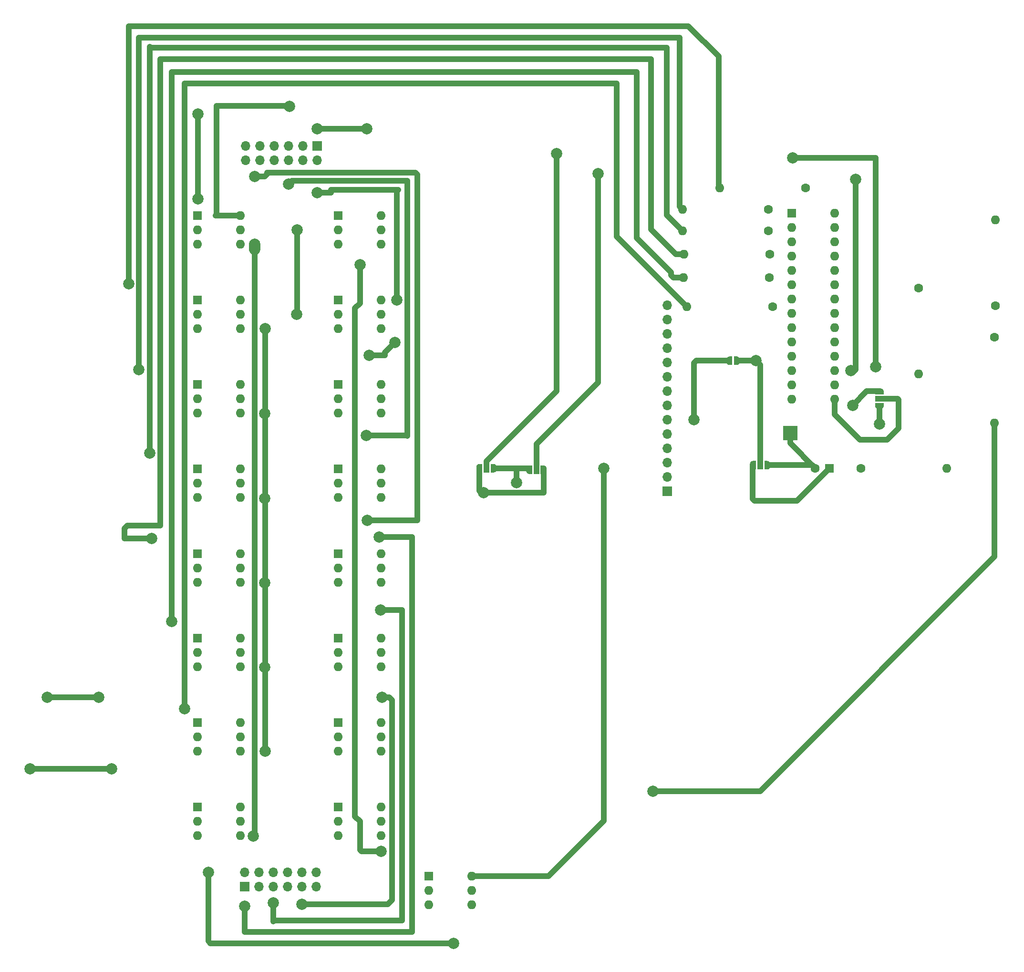
<source format=gbr>
%TF.GenerationSoftware,KiCad,Pcbnew,(5.1.9-0-10_14)*%
%TF.CreationDate,2021-03-10T16:23:34+00:00*%
%TF.ProjectId,Solar_Multiplexer,536f6c61-725f-44d7-956c-7469706c6578,rev?*%
%TF.SameCoordinates,Original*%
%TF.FileFunction,Copper,L1,Top*%
%TF.FilePolarity,Positive*%
%FSLAX46Y46*%
G04 Gerber Fmt 4.6, Leading zero omitted, Abs format (unit mm)*
G04 Created by KiCad (PCBNEW (5.1.9-0-10_14)) date 2021-03-10 16:23:34*
%MOMM*%
%LPD*%
G01*
G04 APERTURE LIST*
%TA.AperFunction,ComponentPad*%
%ADD10O,1.600000X1.600000*%
%TD*%
%TA.AperFunction,ComponentPad*%
%ADD11C,1.600000*%
%TD*%
%TA.AperFunction,ComponentPad*%
%ADD12R,1.600000X1.600000*%
%TD*%
%TA.AperFunction,SMDPad,CuDef*%
%ADD13R,2.500000X2.500000*%
%TD*%
%TA.AperFunction,SMDPad,CuDef*%
%ADD14R,1.000000X1.500000*%
%TD*%
%TA.AperFunction,SMDPad,CuDef*%
%ADD15C,0.200000*%
%TD*%
%TA.AperFunction,SMDPad,CuDef*%
%ADD16R,1.500000X1.000000*%
%TD*%
%TA.AperFunction,ComponentPad*%
%ADD17O,1.700000X1.700000*%
%TD*%
%TA.AperFunction,ComponentPad*%
%ADD18R,1.700000X1.700000*%
%TD*%
%TA.AperFunction,ViaPad*%
%ADD19C,2.000000*%
%TD*%
%TA.AperFunction,Conductor*%
%ADD20C,1.000000*%
%TD*%
%TA.AperFunction,Conductor*%
%ADD21C,2.000000*%
%TD*%
G04 APERTURE END LIST*
D10*
%TO.P,R10,2*%
%TO.N,/P6*%
X-213070000Y-136210000D03*
D11*
%TO.P,R10,1*%
%TO.N,Net-(R10-Pad1)*%
X-197830000Y-136210000D03*
%TD*%
D10*
%TO.P,R9,2*%
%TO.N,/P5*%
X-213730000Y-130970000D03*
D11*
%TO.P,R9,1*%
%TO.N,Net-(R9-Pad1)*%
X-198490000Y-130970000D03*
%TD*%
D10*
%TO.P,R8,2*%
%TO.N,/P4*%
X-213590000Y-126820000D03*
D11*
%TO.P,R8,1*%
%TO.N,Net-(R8-Pad1)*%
X-198350000Y-126820000D03*
%TD*%
D10*
%TO.P,R7,2*%
%TO.N,/P3*%
X-213868000Y-122682000D03*
D11*
%TO.P,R7,1*%
%TO.N,Net-(R7-Pad1)*%
X-198628000Y-122682000D03*
%TD*%
D10*
%TO.P,R6,2*%
%TO.N,/P2*%
X-213868000Y-118872000D03*
D11*
%TO.P,R6,1*%
%TO.N,Net-(R6-Pad1)*%
X-198628000Y-118872000D03*
%TD*%
D10*
%TO.P,R5,2*%
%TO.N,/P1*%
X-207264000Y-115062000D03*
D11*
%TO.P,R5,1*%
%TO.N,Net-(R5-Pad1)*%
X-192024000Y-115062000D03*
%TD*%
D10*
%TO.P,U10,6*%
%TO.N,/VB*%
X-292380000Y-225000000D03*
%TO.P,U10,3*%
%TO.N,Net-(U10-Pad3)*%
X-300000000Y-230080000D03*
%TO.P,U10,5*%
%TO.N,Net-(U10-Pad5)*%
X-292380000Y-227540000D03*
%TO.P,U10,2*%
%TO.N,GND*%
X-300000000Y-227540000D03*
%TO.P,U10,4*%
%TO.N,V-*%
X-292380000Y-230080000D03*
D12*
%TO.P,U10,1*%
%TO.N,/BOT*%
X-300000000Y-225000000D03*
%TD*%
D10*
%TO.P,U22,28*%
%TO.N,Net-(U22-Pad28)*%
X-186870000Y-119550000D03*
%TO.P,U22,14*%
%TO.N,MISO*%
X-194490000Y-152570000D03*
%TO.P,U22,27*%
%TO.N,Net-(U22-Pad27)*%
X-186870000Y-122090000D03*
%TO.P,U22,13*%
%TO.N,MOSI*%
X-194490000Y-150030000D03*
%TO.P,U22,26*%
%TO.N,Net-(U22-Pad26)*%
X-186870000Y-124630000D03*
%TO.P,U22,12*%
%TO.N,SCK*%
X-194490000Y-147490000D03*
%TO.P,U22,25*%
%TO.N,Net-(U22-Pad25)*%
X-186870000Y-127170000D03*
%TO.P,U22,11*%
%TO.N,~CS*%
X-194490000Y-144950000D03*
%TO.P,U22,24*%
%TO.N,Net-(U22-Pad24)*%
X-186870000Y-129710000D03*
%TO.P,U22,10*%
%TO.N,GND*%
X-194490000Y-142410000D03*
%TO.P,U22,23*%
%TO.N,Net-(R4-Pad1)*%
X-186870000Y-132250000D03*
%TO.P,U22,9*%
%TO.N,+5V*%
X-194490000Y-139870000D03*
%TO.P,U22,22*%
%TO.N,Net-(R2-Pad1)*%
X-186870000Y-134790000D03*
%TO.P,U22,8*%
%TO.N,Net-(U22-Pad8)*%
X-194490000Y-137330000D03*
%TO.P,U22,21*%
%TO.N,Net-(R1-Pad1)*%
X-186870000Y-137330000D03*
%TO.P,U22,7*%
%TO.N,Net-(U22-Pad7)*%
X-194490000Y-134790000D03*
%TO.P,U22,20*%
%TO.N,Net-(U22-Pad20)*%
X-186870000Y-139870000D03*
%TO.P,U22,6*%
%TO.N,Net-(R10-Pad1)*%
X-194490000Y-132250000D03*
%TO.P,U22,19*%
%TO.N,Net-(U22-Pad19)*%
X-186870000Y-142410000D03*
%TO.P,U22,5*%
%TO.N,Net-(R9-Pad1)*%
X-194490000Y-129710000D03*
%TO.P,U22,18*%
%TO.N,Net-(R3-Pad2)*%
X-186870000Y-144950000D03*
%TO.P,U22,4*%
%TO.N,Net-(R8-Pad1)*%
X-194490000Y-127170000D03*
%TO.P,U22,17*%
%TO.N,A2*%
X-186870000Y-147490000D03*
%TO.P,U22,3*%
%TO.N,Net-(R7-Pad1)*%
X-194490000Y-124630000D03*
%TO.P,U22,16*%
%TO.N,A1*%
X-186870000Y-150030000D03*
%TO.P,U22,2*%
%TO.N,Net-(R6-Pad1)*%
X-194490000Y-122090000D03*
%TO.P,U22,15*%
%TO.N,A0*%
X-186870000Y-152570000D03*
D12*
%TO.P,U22,1*%
%TO.N,Net-(R5-Pad1)*%
X-194490000Y-119550000D03*
%TD*%
D10*
%TO.P,U21,6*%
%TO.N,V_D*%
X-251290000Y-237300000D03*
%TO.P,U21,3*%
%TO.N,Net-(U21-Pad3)*%
X-258910000Y-242380000D03*
%TO.P,U21,5*%
%TO.N,/RSense*%
X-251290000Y-239840000D03*
%TO.P,U21,2*%
%TO.N,GND*%
X-258910000Y-239840000D03*
%TO.P,U21,4*%
%TO.N,Net-(U21-Pad4)*%
X-251290000Y-242380000D03*
D12*
%TO.P,U21,1*%
%TO.N,/V_D_EN*%
X-258910000Y-237300000D03*
%TD*%
D10*
%TO.P,U20,6*%
%TO.N,/IB*%
X-267380000Y-225000000D03*
%TO.P,U20,3*%
%TO.N,Net-(U20-Pad3)*%
X-275000000Y-230080000D03*
%TO.P,U20,5*%
%TO.N,Net-(U20-Pad5)*%
X-267380000Y-227540000D03*
%TO.P,U20,2*%
%TO.N,GND*%
X-275000000Y-227540000D03*
%TO.P,U20,4*%
%TO.N,I-*%
X-267380000Y-230080000D03*
D12*
%TO.P,U20,1*%
%TO.N,/BOT*%
X-275000000Y-225000000D03*
%TD*%
D10*
%TO.P,U17,6*%
%TO.N,/I6*%
X-267380000Y-210000000D03*
%TO.P,U17,3*%
%TO.N,Net-(U17-Pad3)*%
X-275000000Y-215080000D03*
%TO.P,U17,5*%
%TO.N,Net-(U17-Pad5)*%
X-267380000Y-212540000D03*
%TO.P,U17,2*%
%TO.N,GND*%
X-275000000Y-212540000D03*
%TO.P,U17,4*%
%TO.N,I+*%
X-267380000Y-215080000D03*
D12*
%TO.P,U17,1*%
%TO.N,/P6*%
X-275000000Y-210000000D03*
%TD*%
D10*
%TO.P,U16,6*%
%TO.N,/I5*%
X-267380000Y-195000000D03*
%TO.P,U16,3*%
%TO.N,Net-(U16-Pad3)*%
X-275000000Y-200080000D03*
%TO.P,U16,5*%
%TO.N,Net-(U16-Pad5)*%
X-267380000Y-197540000D03*
%TO.P,U16,2*%
%TO.N,GND*%
X-275000000Y-197540000D03*
%TO.P,U16,4*%
%TO.N,I+*%
X-267380000Y-200080000D03*
D12*
%TO.P,U16,1*%
%TO.N,/P5*%
X-275000000Y-195000000D03*
%TD*%
D10*
%TO.P,U15,6*%
%TO.N,/I4*%
X-267380000Y-180000000D03*
%TO.P,U15,3*%
%TO.N,Net-(U15-Pad3)*%
X-275000000Y-185080000D03*
%TO.P,U15,5*%
%TO.N,Net-(U15-Pad5)*%
X-267380000Y-182540000D03*
%TO.P,U15,2*%
%TO.N,GND*%
X-275000000Y-182540000D03*
%TO.P,U15,4*%
%TO.N,I+*%
X-267380000Y-185080000D03*
D12*
%TO.P,U15,1*%
%TO.N,/P4*%
X-275000000Y-180000000D03*
%TD*%
D10*
%TO.P,U14,6*%
%TO.N,/I3*%
X-267380000Y-165000000D03*
%TO.P,U14,3*%
%TO.N,Net-(U14-Pad3)*%
X-275000000Y-170080000D03*
%TO.P,U14,5*%
%TO.N,Net-(U14-Pad5)*%
X-267380000Y-167540000D03*
%TO.P,U14,2*%
%TO.N,GND*%
X-275000000Y-167540000D03*
%TO.P,U14,4*%
%TO.N,I+*%
X-267380000Y-170080000D03*
D12*
%TO.P,U14,1*%
%TO.N,/P3*%
X-275000000Y-165000000D03*
%TD*%
D10*
%TO.P,U13,6*%
%TO.N,/I2*%
X-267380000Y-150000000D03*
%TO.P,U13,3*%
%TO.N,Net-(U13-Pad3)*%
X-275000000Y-155080000D03*
%TO.P,U13,5*%
%TO.N,Net-(U13-Pad5)*%
X-267380000Y-152540000D03*
%TO.P,U13,2*%
%TO.N,GND*%
X-275000000Y-152540000D03*
%TO.P,U13,4*%
%TO.N,I+*%
X-267380000Y-155080000D03*
D12*
%TO.P,U13,1*%
%TO.N,/P2*%
X-275000000Y-150000000D03*
%TD*%
D10*
%TO.P,U12,6*%
%TO.N,/I1*%
X-267380000Y-135000000D03*
%TO.P,U12,3*%
%TO.N,Net-(U12-Pad3)*%
X-275000000Y-140080000D03*
%TO.P,U12,5*%
%TO.N,Net-(U12-Pad5)*%
X-267380000Y-137540000D03*
%TO.P,U12,2*%
%TO.N,GND*%
X-275000000Y-137540000D03*
%TO.P,U12,4*%
%TO.N,I+*%
X-267380000Y-140080000D03*
D12*
%TO.P,U12,1*%
%TO.N,/P1*%
X-275000000Y-135000000D03*
%TD*%
D10*
%TO.P,U11,6*%
%TO.N,/IT*%
X-267380000Y-120000000D03*
%TO.P,U11,3*%
%TO.N,Net-(U11-Pad3)*%
X-275000000Y-125080000D03*
%TO.P,U11,5*%
%TO.N,Net-(U11-Pad5)*%
X-267380000Y-122540000D03*
%TO.P,U11,2*%
%TO.N,GND*%
X-275000000Y-122540000D03*
%TO.P,U11,4*%
%TO.N,I-*%
X-267380000Y-125080000D03*
D12*
%TO.P,U11,1*%
%TO.N,/TOP*%
X-275000000Y-120000000D03*
%TD*%
D10*
%TO.P,U7,6*%
%TO.N,/V6*%
X-292380000Y-210000000D03*
%TO.P,U7,3*%
%TO.N,Net-(U7-Pad3)*%
X-300000000Y-215080000D03*
%TO.P,U7,5*%
%TO.N,Net-(U7-Pad5)*%
X-292380000Y-212540000D03*
%TO.P,U7,2*%
%TO.N,GND*%
X-300000000Y-212540000D03*
%TO.P,U7,4*%
%TO.N,V+*%
X-292380000Y-215080000D03*
D12*
%TO.P,U7,1*%
%TO.N,/P6*%
X-300000000Y-210000000D03*
%TD*%
D10*
%TO.P,U6,6*%
%TO.N,/V5*%
X-292380000Y-195000000D03*
%TO.P,U6,3*%
%TO.N,Net-(U6-Pad3)*%
X-300000000Y-200080000D03*
%TO.P,U6,5*%
%TO.N,Net-(U6-Pad5)*%
X-292380000Y-197540000D03*
%TO.P,U6,2*%
%TO.N,GND*%
X-300000000Y-197540000D03*
%TO.P,U6,4*%
%TO.N,V+*%
X-292380000Y-200080000D03*
D12*
%TO.P,U6,1*%
%TO.N,/P5*%
X-300000000Y-195000000D03*
%TD*%
D10*
%TO.P,U5,6*%
%TO.N,/V4*%
X-292380000Y-180000000D03*
%TO.P,U5,3*%
%TO.N,Net-(U5-Pad3)*%
X-300000000Y-185080000D03*
%TO.P,U5,5*%
%TO.N,Net-(U5-Pad5)*%
X-292380000Y-182540000D03*
%TO.P,U5,2*%
%TO.N,GND*%
X-300000000Y-182540000D03*
%TO.P,U5,4*%
%TO.N,V+*%
X-292380000Y-185080000D03*
D12*
%TO.P,U5,1*%
%TO.N,/P4*%
X-300000000Y-180000000D03*
%TD*%
D10*
%TO.P,U4,6*%
%TO.N,/V3*%
X-292380000Y-165000000D03*
%TO.P,U4,3*%
%TO.N,Net-(U4-Pad3)*%
X-300000000Y-170080000D03*
%TO.P,U4,5*%
%TO.N,Net-(U4-Pad5)*%
X-292380000Y-167540000D03*
%TO.P,U4,2*%
%TO.N,GND*%
X-300000000Y-167540000D03*
%TO.P,U4,4*%
%TO.N,V+*%
X-292380000Y-170080000D03*
D12*
%TO.P,U4,1*%
%TO.N,/P3*%
X-300000000Y-165000000D03*
%TD*%
D10*
%TO.P,U3,6*%
%TO.N,/V2*%
X-292380000Y-150000000D03*
%TO.P,U3,3*%
%TO.N,Net-(U3-Pad3)*%
X-300000000Y-155080000D03*
%TO.P,U3,5*%
%TO.N,Net-(U3-Pad5)*%
X-292380000Y-152540000D03*
%TO.P,U3,2*%
%TO.N,GND*%
X-300000000Y-152540000D03*
%TO.P,U3,4*%
%TO.N,V+*%
X-292380000Y-155080000D03*
D12*
%TO.P,U3,1*%
%TO.N,/P2*%
X-300000000Y-150000000D03*
%TD*%
D10*
%TO.P,U2,6*%
%TO.N,/V1*%
X-292380000Y-135000000D03*
%TO.P,U2,3*%
%TO.N,Net-(U2-Pad3)*%
X-300000000Y-140080000D03*
%TO.P,U2,5*%
%TO.N,Net-(U2-Pad5)*%
X-292380000Y-137540000D03*
%TO.P,U2,2*%
%TO.N,GND*%
X-300000000Y-137540000D03*
%TO.P,U2,4*%
%TO.N,V+*%
X-292380000Y-140080000D03*
D12*
%TO.P,U2,1*%
%TO.N,/P1*%
X-300000000Y-135000000D03*
%TD*%
D10*
%TO.P,U1,6*%
%TO.N,/VT*%
X-292380000Y-120000000D03*
%TO.P,U1,3*%
%TO.N,Net-(U1-Pad3)*%
X-300000000Y-125080000D03*
%TO.P,U1,5*%
%TO.N,Net-(U1-Pad5)*%
X-292380000Y-122540000D03*
%TO.P,U1,2*%
%TO.N,GND*%
X-300000000Y-122540000D03*
%TO.P,U1,4*%
%TO.N,V-*%
X-292380000Y-125080000D03*
D12*
%TO.P,U1,1*%
%TO.N,/TOP*%
X-300000000Y-120000000D03*
%TD*%
D13*
%TO.P,TP1,1*%
%TO.N,GND*%
X-194740000Y-158580000D03*
%TD*%
D10*
%TO.P,R4,2*%
%TO.N,/V_D_EN*%
X-171958000Y-148082000D03*
D11*
%TO.P,R4,1*%
%TO.N,Net-(R4-Pad1)*%
X-171958000Y-132842000D03*
%TD*%
D10*
%TO.P,R3,2*%
%TO.N,Net-(R3-Pad2)*%
X-166980000Y-164890000D03*
D11*
%TO.P,R3,1*%
%TO.N,+5V*%
X-182220000Y-164890000D03*
%TD*%
D10*
%TO.P,R2,2*%
%TO.N,/BOT*%
X-158460000Y-156870000D03*
D11*
%TO.P,R2,1*%
%TO.N,Net-(R2-Pad1)*%
X-158460000Y-141630000D03*
%TD*%
D10*
%TO.P,R1,2*%
%TO.N,/TOP*%
X-158320000Y-120730000D03*
D11*
%TO.P,R1,1*%
%TO.N,Net-(R1-Pad1)*%
X-158320000Y-135970000D03*
%TD*%
D14*
%TO.P,JP5,2*%
%TO.N,~CS*%
X-200090000Y-164310000D03*
%TA.AperFunction,SMDPad,CuDef*%
D15*
%TO.P,JP5,3*%
%TO.N,GND*%
G36*
X-198790000Y-163560602D02*
G01*
X-198765466Y-163560602D01*
X-198716635Y-163565412D01*
X-198668510Y-163574984D01*
X-198621555Y-163589228D01*
X-198576222Y-163608005D01*
X-198532949Y-163631136D01*
X-198492150Y-163658396D01*
X-198454221Y-163689524D01*
X-198419524Y-163724221D01*
X-198388396Y-163762150D01*
X-198361136Y-163802949D01*
X-198338005Y-163846222D01*
X-198319228Y-163891555D01*
X-198304984Y-163938510D01*
X-198295412Y-163986635D01*
X-198290602Y-164035466D01*
X-198290602Y-164060000D01*
X-198290000Y-164060000D01*
X-198290000Y-164560000D01*
X-198290602Y-164560000D01*
X-198290602Y-164584534D01*
X-198295412Y-164633365D01*
X-198304984Y-164681490D01*
X-198319228Y-164728445D01*
X-198338005Y-164773778D01*
X-198361136Y-164817051D01*
X-198388396Y-164857850D01*
X-198419524Y-164895779D01*
X-198454221Y-164930476D01*
X-198492150Y-164961604D01*
X-198532949Y-164988864D01*
X-198576222Y-165011995D01*
X-198621555Y-165030772D01*
X-198668510Y-165045016D01*
X-198716635Y-165054588D01*
X-198765466Y-165059398D01*
X-198790000Y-165059398D01*
X-198790000Y-165060000D01*
X-199340000Y-165060000D01*
X-199340000Y-163560000D01*
X-198790000Y-163560000D01*
X-198790000Y-163560602D01*
G37*
%TD.AperFunction*%
%TA.AperFunction,SMDPad,CuDef*%
%TO.P,JP5,1*%
%TO.N,+5V*%
G36*
X-200840000Y-165060000D02*
G01*
X-201390000Y-165060000D01*
X-201390000Y-165059398D01*
X-201414534Y-165059398D01*
X-201463365Y-165054588D01*
X-201511490Y-165045016D01*
X-201558445Y-165030772D01*
X-201603778Y-165011995D01*
X-201647051Y-164988864D01*
X-201687850Y-164961604D01*
X-201725779Y-164930476D01*
X-201760476Y-164895779D01*
X-201791604Y-164857850D01*
X-201818864Y-164817051D01*
X-201841995Y-164773778D01*
X-201860772Y-164728445D01*
X-201875016Y-164681490D01*
X-201884588Y-164633365D01*
X-201889398Y-164584534D01*
X-201889398Y-164560000D01*
X-201890000Y-164560000D01*
X-201890000Y-164060000D01*
X-201889398Y-164060000D01*
X-201889398Y-164035466D01*
X-201884588Y-163986635D01*
X-201875016Y-163938510D01*
X-201860772Y-163891555D01*
X-201841995Y-163846222D01*
X-201818864Y-163802949D01*
X-201791604Y-163762150D01*
X-201760476Y-163724221D01*
X-201725779Y-163689524D01*
X-201687850Y-163658396D01*
X-201647051Y-163631136D01*
X-201603778Y-163608005D01*
X-201558445Y-163589228D01*
X-201511490Y-163574984D01*
X-201463365Y-163565412D01*
X-201414534Y-163560602D01*
X-201390000Y-163560602D01*
X-201390000Y-163560000D01*
X-200840000Y-163560000D01*
X-200840000Y-165060000D01*
G37*
%TD.AperFunction*%
%TD*%
D14*
%TO.P,JP4,2*%
%TO.N,A2*%
X-248666000Y-164846000D03*
%TA.AperFunction,SMDPad,CuDef*%
D15*
%TO.P,JP4,3*%
%TO.N,GND*%
G36*
X-249966000Y-165595398D02*
G01*
X-249990534Y-165595398D01*
X-250039365Y-165590588D01*
X-250087490Y-165581016D01*
X-250134445Y-165566772D01*
X-250179778Y-165547995D01*
X-250223051Y-165524864D01*
X-250263850Y-165497604D01*
X-250301779Y-165466476D01*
X-250336476Y-165431779D01*
X-250367604Y-165393850D01*
X-250394864Y-165353051D01*
X-250417995Y-165309778D01*
X-250436772Y-165264445D01*
X-250451016Y-165217490D01*
X-250460588Y-165169365D01*
X-250465398Y-165120534D01*
X-250465398Y-165096000D01*
X-250466000Y-165096000D01*
X-250466000Y-164596000D01*
X-250465398Y-164596000D01*
X-250465398Y-164571466D01*
X-250460588Y-164522635D01*
X-250451016Y-164474510D01*
X-250436772Y-164427555D01*
X-250417995Y-164382222D01*
X-250394864Y-164338949D01*
X-250367604Y-164298150D01*
X-250336476Y-164260221D01*
X-250301779Y-164225524D01*
X-250263850Y-164194396D01*
X-250223051Y-164167136D01*
X-250179778Y-164144005D01*
X-250134445Y-164125228D01*
X-250087490Y-164110984D01*
X-250039365Y-164101412D01*
X-249990534Y-164096602D01*
X-249966000Y-164096602D01*
X-249966000Y-164096000D01*
X-249416000Y-164096000D01*
X-249416000Y-165596000D01*
X-249966000Y-165596000D01*
X-249966000Y-165595398D01*
G37*
%TD.AperFunction*%
%TA.AperFunction,SMDPad,CuDef*%
%TO.P,JP4,1*%
%TO.N,+5V*%
G36*
X-247916000Y-164096000D02*
G01*
X-247366000Y-164096000D01*
X-247366000Y-164096602D01*
X-247341466Y-164096602D01*
X-247292635Y-164101412D01*
X-247244510Y-164110984D01*
X-247197555Y-164125228D01*
X-247152222Y-164144005D01*
X-247108949Y-164167136D01*
X-247068150Y-164194396D01*
X-247030221Y-164225524D01*
X-246995524Y-164260221D01*
X-246964396Y-164298150D01*
X-246937136Y-164338949D01*
X-246914005Y-164382222D01*
X-246895228Y-164427555D01*
X-246880984Y-164474510D01*
X-246871412Y-164522635D01*
X-246866602Y-164571466D01*
X-246866602Y-164596000D01*
X-246866000Y-164596000D01*
X-246866000Y-165096000D01*
X-246866602Y-165096000D01*
X-246866602Y-165120534D01*
X-246871412Y-165169365D01*
X-246880984Y-165217490D01*
X-246895228Y-165264445D01*
X-246914005Y-165309778D01*
X-246937136Y-165353051D01*
X-246964396Y-165393850D01*
X-246995524Y-165431779D01*
X-247030221Y-165466476D01*
X-247068150Y-165497604D01*
X-247108949Y-165524864D01*
X-247152222Y-165547995D01*
X-247197555Y-165566772D01*
X-247244510Y-165581016D01*
X-247292635Y-165590588D01*
X-247341466Y-165595398D01*
X-247366000Y-165595398D01*
X-247366000Y-165596000D01*
X-247916000Y-165596000D01*
X-247916000Y-164096000D01*
G37*
%TD.AperFunction*%
%TD*%
D14*
%TO.P,JP3,2*%
%TO.N,A1*%
X-239806000Y-165100000D03*
%TA.AperFunction,SMDPad,CuDef*%
D15*
%TO.P,JP3,3*%
%TO.N,GND*%
G36*
X-238506000Y-164350602D02*
G01*
X-238481466Y-164350602D01*
X-238432635Y-164355412D01*
X-238384510Y-164364984D01*
X-238337555Y-164379228D01*
X-238292222Y-164398005D01*
X-238248949Y-164421136D01*
X-238208150Y-164448396D01*
X-238170221Y-164479524D01*
X-238135524Y-164514221D01*
X-238104396Y-164552150D01*
X-238077136Y-164592949D01*
X-238054005Y-164636222D01*
X-238035228Y-164681555D01*
X-238020984Y-164728510D01*
X-238011412Y-164776635D01*
X-238006602Y-164825466D01*
X-238006602Y-164850000D01*
X-238006000Y-164850000D01*
X-238006000Y-165350000D01*
X-238006602Y-165350000D01*
X-238006602Y-165374534D01*
X-238011412Y-165423365D01*
X-238020984Y-165471490D01*
X-238035228Y-165518445D01*
X-238054005Y-165563778D01*
X-238077136Y-165607051D01*
X-238104396Y-165647850D01*
X-238135524Y-165685779D01*
X-238170221Y-165720476D01*
X-238208150Y-165751604D01*
X-238248949Y-165778864D01*
X-238292222Y-165801995D01*
X-238337555Y-165820772D01*
X-238384510Y-165835016D01*
X-238432635Y-165844588D01*
X-238481466Y-165849398D01*
X-238506000Y-165849398D01*
X-238506000Y-165850000D01*
X-239056000Y-165850000D01*
X-239056000Y-164350000D01*
X-238506000Y-164350000D01*
X-238506000Y-164350602D01*
G37*
%TD.AperFunction*%
%TA.AperFunction,SMDPad,CuDef*%
%TO.P,JP3,1*%
%TO.N,+5V*%
G36*
X-240556000Y-165850000D02*
G01*
X-241106000Y-165850000D01*
X-241106000Y-165849398D01*
X-241130534Y-165849398D01*
X-241179365Y-165844588D01*
X-241227490Y-165835016D01*
X-241274445Y-165820772D01*
X-241319778Y-165801995D01*
X-241363051Y-165778864D01*
X-241403850Y-165751604D01*
X-241441779Y-165720476D01*
X-241476476Y-165685779D01*
X-241507604Y-165647850D01*
X-241534864Y-165607051D01*
X-241557995Y-165563778D01*
X-241576772Y-165518445D01*
X-241591016Y-165471490D01*
X-241600588Y-165423365D01*
X-241605398Y-165374534D01*
X-241605398Y-165350000D01*
X-241606000Y-165350000D01*
X-241606000Y-164850000D01*
X-241605398Y-164850000D01*
X-241605398Y-164825466D01*
X-241600588Y-164776635D01*
X-241591016Y-164728510D01*
X-241576772Y-164681555D01*
X-241557995Y-164636222D01*
X-241534864Y-164592949D01*
X-241507604Y-164552150D01*
X-241476476Y-164514221D01*
X-241441779Y-164479524D01*
X-241403850Y-164448396D01*
X-241363051Y-164421136D01*
X-241319778Y-164398005D01*
X-241274445Y-164379228D01*
X-241227490Y-164364984D01*
X-241179365Y-164355412D01*
X-241130534Y-164350602D01*
X-241106000Y-164350602D01*
X-241106000Y-164350000D01*
X-240556000Y-164350000D01*
X-240556000Y-165850000D01*
G37*
%TD.AperFunction*%
%TD*%
D16*
%TO.P,JP2,2*%
%TO.N,A0*%
X-178910000Y-152490000D03*
%TA.AperFunction,SMDPad,CuDef*%
D15*
%TO.P,JP2,3*%
%TO.N,GND*%
G36*
X-178160602Y-153790000D02*
G01*
X-178160602Y-153814534D01*
X-178165412Y-153863365D01*
X-178174984Y-153911490D01*
X-178189228Y-153958445D01*
X-178208005Y-154003778D01*
X-178231136Y-154047051D01*
X-178258396Y-154087850D01*
X-178289524Y-154125779D01*
X-178324221Y-154160476D01*
X-178362150Y-154191604D01*
X-178402949Y-154218864D01*
X-178446222Y-154241995D01*
X-178491555Y-154260772D01*
X-178538510Y-154275016D01*
X-178586635Y-154284588D01*
X-178635466Y-154289398D01*
X-178660000Y-154289398D01*
X-178660000Y-154290000D01*
X-179160000Y-154290000D01*
X-179160000Y-154289398D01*
X-179184534Y-154289398D01*
X-179233365Y-154284588D01*
X-179281490Y-154275016D01*
X-179328445Y-154260772D01*
X-179373778Y-154241995D01*
X-179417051Y-154218864D01*
X-179457850Y-154191604D01*
X-179495779Y-154160476D01*
X-179530476Y-154125779D01*
X-179561604Y-154087850D01*
X-179588864Y-154047051D01*
X-179611995Y-154003778D01*
X-179630772Y-153958445D01*
X-179645016Y-153911490D01*
X-179654588Y-153863365D01*
X-179659398Y-153814534D01*
X-179659398Y-153790000D01*
X-179660000Y-153790000D01*
X-179660000Y-153240000D01*
X-178160000Y-153240000D01*
X-178160000Y-153790000D01*
X-178160602Y-153790000D01*
G37*
%TD.AperFunction*%
%TA.AperFunction,SMDPad,CuDef*%
%TO.P,JP2,1*%
%TO.N,+5V*%
G36*
X-179660000Y-151740000D02*
G01*
X-179660000Y-151190000D01*
X-179659398Y-151190000D01*
X-179659398Y-151165466D01*
X-179654588Y-151116635D01*
X-179645016Y-151068510D01*
X-179630772Y-151021555D01*
X-179611995Y-150976222D01*
X-179588864Y-150932949D01*
X-179561604Y-150892150D01*
X-179530476Y-150854221D01*
X-179495779Y-150819524D01*
X-179457850Y-150788396D01*
X-179417051Y-150761136D01*
X-179373778Y-150738005D01*
X-179328445Y-150719228D01*
X-179281490Y-150704984D01*
X-179233365Y-150695412D01*
X-179184534Y-150690602D01*
X-179160000Y-150690602D01*
X-179160000Y-150690000D01*
X-178660000Y-150690000D01*
X-178660000Y-150690602D01*
X-178635466Y-150690602D01*
X-178586635Y-150695412D01*
X-178538510Y-150704984D01*
X-178491555Y-150719228D01*
X-178446222Y-150738005D01*
X-178402949Y-150761136D01*
X-178362150Y-150788396D01*
X-178324221Y-150819524D01*
X-178289524Y-150854221D01*
X-178258396Y-150892150D01*
X-178231136Y-150932949D01*
X-178208005Y-150976222D01*
X-178189228Y-151021555D01*
X-178174984Y-151068510D01*
X-178165412Y-151116635D01*
X-178160602Y-151165466D01*
X-178160602Y-151190000D01*
X-178160000Y-151190000D01*
X-178160000Y-151740000D01*
X-179660000Y-151740000D01*
G37*
%TD.AperFunction*%
%TD*%
%TA.AperFunction,SMDPad,CuDef*%
%TO.P,JP1,2*%
%TO.N,Net-(J1-Pad6)*%
G36*
X-205530000Y-146509398D02*
G01*
X-205554534Y-146509398D01*
X-205603365Y-146504588D01*
X-205651490Y-146495016D01*
X-205698445Y-146480772D01*
X-205743778Y-146461995D01*
X-205787051Y-146438864D01*
X-205827850Y-146411604D01*
X-205865779Y-146380476D01*
X-205900476Y-146345779D01*
X-205931604Y-146307850D01*
X-205958864Y-146267051D01*
X-205981995Y-146223778D01*
X-206000772Y-146178445D01*
X-206015016Y-146131490D01*
X-206024588Y-146083365D01*
X-206029398Y-146034534D01*
X-206029398Y-146010000D01*
X-206030000Y-146010000D01*
X-206030000Y-145510000D01*
X-206029398Y-145510000D01*
X-206029398Y-145485466D01*
X-206024588Y-145436635D01*
X-206015016Y-145388510D01*
X-206000772Y-145341555D01*
X-205981995Y-145296222D01*
X-205958864Y-145252949D01*
X-205931604Y-145212150D01*
X-205900476Y-145174221D01*
X-205865779Y-145139524D01*
X-205827850Y-145108396D01*
X-205787051Y-145081136D01*
X-205743778Y-145058005D01*
X-205698445Y-145039228D01*
X-205651490Y-145024984D01*
X-205603365Y-145015412D01*
X-205554534Y-145010602D01*
X-205530000Y-145010602D01*
X-205530000Y-145010000D01*
X-205030000Y-145010000D01*
X-205030000Y-146510000D01*
X-205530000Y-146510000D01*
X-205530000Y-146509398D01*
G37*
%TD.AperFunction*%
%TA.AperFunction,SMDPad,CuDef*%
%TO.P,JP1,1*%
%TO.N,~CS*%
G36*
X-204730000Y-145010000D02*
G01*
X-204230000Y-145010000D01*
X-204230000Y-145010602D01*
X-204205466Y-145010602D01*
X-204156635Y-145015412D01*
X-204108510Y-145024984D01*
X-204061555Y-145039228D01*
X-204016222Y-145058005D01*
X-203972949Y-145081136D01*
X-203932150Y-145108396D01*
X-203894221Y-145139524D01*
X-203859524Y-145174221D01*
X-203828396Y-145212150D01*
X-203801136Y-145252949D01*
X-203778005Y-145296222D01*
X-203759228Y-145341555D01*
X-203744984Y-145388510D01*
X-203735412Y-145436635D01*
X-203730602Y-145485466D01*
X-203730602Y-145510000D01*
X-203730000Y-145510000D01*
X-203730000Y-146010000D01*
X-203730602Y-146010000D01*
X-203730602Y-146034534D01*
X-203735412Y-146083365D01*
X-203744984Y-146131490D01*
X-203759228Y-146178445D01*
X-203778005Y-146223778D01*
X-203801136Y-146267051D01*
X-203828396Y-146307850D01*
X-203859524Y-146345779D01*
X-203894221Y-146380476D01*
X-203932150Y-146411604D01*
X-203972949Y-146438864D01*
X-204016222Y-146461995D01*
X-204061555Y-146480772D01*
X-204108510Y-146495016D01*
X-204156635Y-146504588D01*
X-204205466Y-146509398D01*
X-204230000Y-146509398D01*
X-204230000Y-146510000D01*
X-204730000Y-146510000D01*
X-204730000Y-145010000D01*
G37*
%TD.AperFunction*%
%TD*%
D17*
%TO.P,J3,12*%
%TO.N,/V3*%
X-291430000Y-110150000D03*
%TO.P,J3,11*%
%TO.N,Net-(J3-Pad11)*%
X-291430000Y-107610000D03*
%TO.P,J3,10*%
%TO.N,/I3*%
X-288890000Y-110150000D03*
%TO.P,J3,9*%
%TO.N,Net-(J3-Pad9)*%
X-288890000Y-107610000D03*
%TO.P,J3,8*%
%TO.N,/V2*%
X-286350000Y-110150000D03*
%TO.P,J3,7*%
%TO.N,/IT*%
X-286350000Y-107610000D03*
%TO.P,J3,6*%
%TO.N,/I2*%
X-283810000Y-110150000D03*
%TO.P,J3,5*%
%TO.N,/VT*%
X-283810000Y-107610000D03*
%TO.P,J3,4*%
%TO.N,/V1*%
X-281270000Y-110150000D03*
%TO.P,J3,3*%
%TO.N,GND*%
X-281270000Y-107610000D03*
%TO.P,J3,2*%
%TO.N,/I1*%
X-278730000Y-110150000D03*
D18*
%TO.P,J3,1*%
%TO.N,GND*%
X-278730000Y-107610000D03*
%TD*%
D17*
%TO.P,J2,12*%
%TO.N,Net-(J2-Pad12)*%
X-278870000Y-236580000D03*
%TO.P,J2,11*%
%TO.N,/V6*%
X-278870000Y-239120000D03*
%TO.P,J2,10*%
%TO.N,Net-(J2-Pad10)*%
X-281410000Y-236580000D03*
%TO.P,J2,9*%
%TO.N,/I6*%
X-281410000Y-239120000D03*
%TO.P,J2,8*%
%TO.N,/IB*%
X-283950000Y-236580000D03*
%TO.P,J2,7*%
%TO.N,/V5*%
X-283950000Y-239120000D03*
%TO.P,J2,6*%
%TO.N,/VB*%
X-286490000Y-236580000D03*
%TO.P,J2,5*%
%TO.N,/I5*%
X-286490000Y-239120000D03*
%TO.P,J2,4*%
%TO.N,Net-(J2-Pad4)*%
X-289030000Y-236580000D03*
%TO.P,J2,3*%
%TO.N,/V4*%
X-289030000Y-239120000D03*
%TO.P,J2,2*%
%TO.N,/RSense*%
X-291570000Y-236580000D03*
D18*
%TO.P,J2,1*%
%TO.N,/I4*%
X-291570000Y-239120000D03*
%TD*%
D17*
%TO.P,J1,14*%
%TO.N,I-*%
X-216610000Y-135930000D03*
%TO.P,J1,13*%
%TO.N,V-*%
X-216610000Y-138470000D03*
%TO.P,J1,12*%
%TO.N,V+*%
X-216610000Y-141010000D03*
%TO.P,J1,11*%
%TO.N,I+*%
X-216610000Y-143550000D03*
%TO.P,J1,10*%
%TO.N,GND*%
X-216610000Y-146090000D03*
%TO.P,J1,9*%
%TO.N,SCK*%
X-216610000Y-148630000D03*
%TO.P,J1,8*%
%TO.N,MOSI*%
X-216610000Y-151170000D03*
%TO.P,J1,7*%
%TO.N,MISO*%
X-216610000Y-153710000D03*
%TO.P,J1,6*%
%TO.N,Net-(J1-Pad6)*%
X-216610000Y-156250000D03*
%TO.P,J1,5*%
%TO.N,SCL*%
X-216610000Y-158790000D03*
%TO.P,J1,4*%
%TO.N,SDA*%
X-216610000Y-161330000D03*
%TO.P,J1,3*%
%TO.N,V_D*%
X-216610000Y-163870000D03*
%TO.P,J1,2*%
%TO.N,+3V3*%
X-216610000Y-166410000D03*
D18*
%TO.P,J1,1*%
%TO.N,+5V*%
X-216610000Y-168950000D03*
%TD*%
D11*
%TO.P,C1,2*%
%TO.N,GND*%
X-190300000Y-164850000D03*
D12*
%TO.P,C1,1*%
%TO.N,+5V*%
X-187800000Y-164850000D03*
%TD*%
D19*
%TO.N,I-*%
X-271100000Y-128696000D03*
X-267380000Y-232836000D03*
%TO.N,V-*%
X-290068000Y-230124000D03*
X-289814000Y-125080000D03*
%TO.N,V+*%
X-288036000Y-200152000D03*
X-288036000Y-185166000D03*
X-288036000Y-170180000D03*
X-288002000Y-155160000D03*
X-287970000Y-140080000D03*
X-287970000Y-215072000D03*
X-269494000Y-144780000D03*
X-264922000Y-142494000D03*
%TO.N,GND*%
X-278730000Y-104556000D03*
X-269910000Y-104556000D03*
X-249174000Y-169164000D03*
X-178910000Y-156972000D03*
X-282306000Y-122540000D03*
X-282320000Y-137540000D03*
%TO.N,Net-(J1-Pad6)*%
X-211810000Y-156250000D03*
%TO.N,V_D*%
X-227838000Y-164846000D03*
%TO.N,+5V*%
X-243332000Y-167386000D03*
X-183642000Y-153670000D03*
%TO.N,~CS*%
X-200840000Y-145760000D03*
%TO.N,A1*%
X-179578000Y-146812000D03*
X-228854000Y-112522000D03*
X-194310000Y-109728000D03*
%TO.N,A2*%
X-236220000Y-108966000D03*
X-183980000Y-147490000D03*
X-183134000Y-113538000D03*
%TO.N,/P6*%
X-302228000Y-207550000D03*
%TO.N,/P5*%
X-304546000Y-192024000D03*
%TO.N,/P2*%
X-310388000Y-147320000D03*
%TO.N,/P1*%
X-312166000Y-132080000D03*
%TO.N,/P4*%
X-308102000Y-177292000D03*
%TO.N,/P3*%
X-308474000Y-162170000D03*
%TO.N,/VT*%
X-283610000Y-100620000D03*
%TO.N,/TOP*%
X-299900000Y-101928000D03*
X-299900000Y-117066010D03*
%TO.N,/V5*%
X-326644000Y-205486000D03*
X-317500000Y-205486000D03*
%TO.N,/V6*%
X-315214000Y-218186000D03*
X-329692000Y-218186000D03*
%TO.N,/BOT*%
X-219112000Y-222160000D03*
%TO.N,/I1*%
X-264540000Y-135000000D03*
X-278730000Y-115916000D03*
%TO.N,/I2*%
X-270002000Y-159004000D03*
X-283810000Y-114392000D03*
%TO.N,/I3*%
X-269870000Y-174140000D03*
X-289814000Y-113030000D03*
%TO.N,/I4*%
X-291592000Y-242570000D03*
X-267716000Y-177038000D03*
%TO.N,/I5*%
X-286490000Y-242040000D03*
X-267462000Y-189992000D03*
%TO.N,/I6*%
X-281410000Y-242294000D03*
X-267208000Y-205486000D03*
%TO.N,/RSense*%
X-298048000Y-236580000D03*
X-254508000Y-249174000D03*
%TD*%
D20*
%TO.N,I-*%
X-267380000Y-232836000D02*
X-270846000Y-232836000D01*
X-271100000Y-232582000D02*
X-271100000Y-229952000D01*
X-270846000Y-232836000D02*
X-271100000Y-232582000D01*
X-271100000Y-229952000D02*
X-271100000Y-230296000D01*
X-271100000Y-128696000D02*
X-271100000Y-135540000D01*
X-271100000Y-135540000D02*
X-272000000Y-136440000D01*
X-272000000Y-136440000D02*
X-272000000Y-226650000D01*
X-271100000Y-227550000D02*
X-271100000Y-229952000D01*
X-272000000Y-226650000D02*
X-271100000Y-227550000D01*
D21*
%TO.N,V-*%
X-289814000Y-125080000D02*
X-289814000Y-125984000D01*
D20*
X-289814000Y-229870000D02*
X-290068000Y-230124000D01*
X-289814000Y-125080000D02*
X-289814000Y-229870000D01*
%TO.N,V+*%
X-287970000Y-140080000D02*
X-287970000Y-215072000D01*
X-287970000Y-215072000D02*
X-287970000Y-215072000D01*
X-267716000Y-144780000D02*
X-269494000Y-144780000D01*
X-266700000Y-144780000D02*
X-266700000Y-144272000D01*
X-267716000Y-144780000D02*
X-266700000Y-144780000D01*
X-266700000Y-144272000D02*
X-264922000Y-142494000D01*
X-264922000Y-142494000D02*
X-264922000Y-142494000D01*
%TO.N,GND*%
X-190840000Y-164310000D02*
X-190300000Y-164850000D01*
X-198790000Y-164310000D02*
X-190840000Y-164310000D01*
X-194740000Y-160410000D02*
X-190300000Y-164850000D01*
X-194740000Y-158580000D02*
X-194740000Y-160410000D01*
X-278730000Y-104556000D02*
X-269910000Y-104556000D01*
X-269910000Y-104556000D02*
X-269910000Y-104556000D01*
X-238506000Y-169164000D02*
X-238506000Y-165100000D01*
X-249682000Y-169164000D02*
X-249174000Y-169164000D01*
X-249966000Y-168880000D02*
X-249682000Y-169164000D01*
X-249966000Y-164846000D02*
X-249966000Y-168880000D01*
X-249174000Y-169164000D02*
X-238506000Y-169164000D01*
X-178910000Y-153790000D02*
X-178910000Y-155288000D01*
X-178910000Y-155288000D02*
X-178910000Y-155288000D01*
X-282306000Y-137526000D02*
X-282320000Y-137540000D01*
X-282306000Y-122540000D02*
X-282306000Y-137526000D01*
X-178910000Y-155288000D02*
X-178910000Y-156972000D01*
%TO.N,Net-(J1-Pad6)*%
X-211810000Y-156250000D02*
X-211810000Y-146200000D01*
X-211370000Y-145760000D02*
X-205530000Y-145760000D01*
X-211810000Y-146200000D02*
X-211370000Y-145760000D01*
%TO.N,V_D*%
X-251290000Y-237300000D02*
X-237680000Y-237300000D01*
X-237680000Y-237300000D02*
X-227838000Y-227458000D01*
X-227838000Y-227458000D02*
X-227838000Y-164846000D01*
X-227838000Y-164846000D02*
X-227838000Y-164846000D01*
%TO.N,+5V*%
X-201390000Y-164310000D02*
X-201390000Y-170310000D01*
X-201390000Y-170310000D02*
X-201070000Y-170630000D01*
X-193580000Y-170630000D02*
X-187800000Y-164850000D01*
X-201070000Y-170630000D02*
X-193580000Y-170630000D01*
X-241360000Y-164846000D02*
X-241106000Y-165100000D01*
X-243332000Y-164846000D02*
X-243332000Y-167386000D01*
X-247366000Y-164846000D02*
X-243332000Y-164846000D01*
X-243332000Y-164846000D02*
X-241360000Y-164846000D01*
X-243332000Y-167386000D02*
X-243332000Y-167386000D01*
X-181162000Y-151190000D02*
X-183642000Y-153670000D01*
X-178910000Y-151190000D02*
X-181162000Y-151190000D01*
%TO.N,~CS*%
X-204230000Y-145760000D02*
X-200840000Y-145760000D01*
X-200840000Y-145760000D02*
X-200840000Y-145760000D01*
X-200090000Y-146510000D02*
X-200840000Y-145760000D01*
X-200090000Y-164310000D02*
X-200090000Y-146510000D01*
%TO.N,A0*%
X-186870000Y-152570000D02*
X-186870000Y-155268000D01*
X-186870000Y-155268000D02*
X-182372000Y-159766000D01*
X-182372000Y-159766000D02*
X-177546000Y-159766000D01*
X-177546000Y-159766000D02*
X-175514000Y-157734000D01*
X-175514000Y-157734000D02*
X-175514000Y-152654000D01*
X-175678000Y-152490000D02*
X-178910000Y-152490000D01*
X-175514000Y-152654000D02*
X-175678000Y-152490000D01*
%TO.N,A1*%
X-239806000Y-165100000D02*
X-239806000Y-160558000D01*
X-239806000Y-160558000D02*
X-228854000Y-149606000D01*
X-228854000Y-149606000D02*
X-228854000Y-112522000D01*
X-179578000Y-146812000D02*
X-179578000Y-109728000D01*
X-179578000Y-109728000D02*
X-194310000Y-109728000D01*
X-228854000Y-112522000D02*
X-228854000Y-112522000D01*
X-194310000Y-109728000D02*
X-194310000Y-109728000D01*
%TO.N,A2*%
X-248666000Y-163596000D02*
X-236220000Y-151150000D01*
X-248666000Y-164846000D02*
X-248666000Y-163596000D01*
X-236220000Y-151150000D02*
X-236220000Y-108966000D01*
X-236220000Y-108966000D02*
X-236220000Y-108966000D01*
X-183980000Y-147490000D02*
X-183304000Y-147490000D01*
X-183304000Y-147490000D02*
X-183134000Y-147320000D01*
X-183134000Y-147320000D02*
X-183134000Y-113538000D01*
X-183134000Y-113538000D02*
X-183134000Y-113284000D01*
%TO.N,/P6*%
X-302228000Y-96552000D02*
X-302228000Y-207550000D01*
X-213070000Y-136210000D02*
X-215646000Y-133634000D01*
X-225552000Y-96520000D02*
X-302260000Y-96520000D01*
X-215646000Y-133604000D02*
X-225552000Y-123698000D01*
X-302260000Y-96520000D02*
X-302228000Y-96552000D01*
X-225552000Y-123698000D02*
X-225552000Y-96520000D01*
X-215646000Y-133634000D02*
X-215646000Y-133604000D01*
%TO.N,/P5*%
X-304546000Y-94488000D02*
X-304546000Y-192024000D01*
X-304546000Y-192024000D02*
X-304546000Y-192024000D01*
X-213730000Y-130970000D02*
X-215486000Y-130970000D01*
X-215486000Y-130970000D02*
X-215900000Y-130556000D01*
X-215900000Y-130556000D02*
X-215900000Y-130048000D01*
X-221996000Y-123952000D02*
X-221996000Y-94488000D01*
X-215900000Y-130048000D02*
X-221996000Y-123952000D01*
X-221996000Y-94488000D02*
X-304546000Y-94488000D01*
%TO.N,/P2*%
X-310388000Y-88392000D02*
X-310388000Y-147320000D01*
X-214376000Y-88392000D02*
X-310388000Y-88392000D01*
X-214376000Y-118364000D02*
X-213868000Y-118872000D01*
X-214376000Y-88392000D02*
X-214376000Y-118364000D01*
%TO.N,/P1*%
X-312166000Y-86360000D02*
X-212852000Y-86360000D01*
X-312166000Y-132080000D02*
X-312166000Y-86360000D01*
X-212852000Y-86360000D02*
X-207450000Y-91762000D01*
X-207450000Y-112708000D02*
X-207450000Y-112336000D01*
X-207450000Y-111574000D02*
X-207450000Y-114876000D01*
X-207450000Y-114876000D02*
X-207264000Y-115062000D01*
X-207450000Y-91762000D02*
X-207450000Y-111574000D01*
X-207450000Y-111574000D02*
X-207450000Y-112708000D01*
%TO.N,/P4*%
X-213590000Y-126820000D02*
X-215064000Y-126820000D01*
X-215064000Y-126820000D02*
X-219456000Y-122428000D01*
X-219456000Y-122428000D02*
X-219456000Y-92202000D01*
X-306578000Y-92202000D02*
X-219456000Y-92202000D01*
X-306578000Y-175006000D02*
X-312420000Y-175006000D01*
X-306578000Y-175006000D02*
X-306578000Y-92202000D01*
X-312420000Y-175006000D02*
X-312928000Y-175514000D01*
X-312928000Y-175514000D02*
X-312928000Y-177292000D01*
X-312928000Y-177292000D02*
X-308102000Y-177292000D01*
%TO.N,/P3*%
X-308474000Y-162170000D02*
X-308474000Y-90052000D01*
X-308474000Y-90052000D02*
X-308356000Y-90170000D01*
X-216662000Y-90170000D02*
X-216662000Y-119888000D01*
X-308356000Y-90170000D02*
X-216662000Y-90170000D01*
X-216662000Y-119888000D02*
X-213868000Y-122682000D01*
%TO.N,/VT*%
X-292380000Y-120000000D02*
X-296750000Y-120000000D01*
X-296750000Y-120000000D02*
X-296620000Y-119870000D01*
X-296620000Y-119870000D02*
X-296620000Y-100600000D01*
X-296620000Y-100600000D02*
X-296590000Y-100570000D01*
X-296590000Y-100570000D02*
X-283560000Y-100570000D01*
X-283560000Y-100570000D02*
X-283610000Y-100620000D01*
X-283610000Y-100620000D02*
X-283610000Y-100620000D01*
%TO.N,/TOP*%
X-299900000Y-101928000D02*
X-299900000Y-101928000D01*
X-299900000Y-101928000D02*
X-299900000Y-117066010D01*
X-299900000Y-117274000D02*
X-299900000Y-117066010D01*
%TO.N,/V5*%
X-326644000Y-205486000D02*
X-317500000Y-205486000D01*
X-317500000Y-205486000D02*
X-317500000Y-205486000D01*
%TO.N,/V6*%
X-315214000Y-218186000D02*
X-329692000Y-218186000D01*
X-329692000Y-218186000D02*
X-329692000Y-218186000D01*
%TO.N,/BOT*%
X-219112000Y-222160000D02*
X-200062000Y-222160000D01*
X-158460000Y-180558000D02*
X-158460000Y-156870000D01*
X-200062000Y-222160000D02*
X-158460000Y-180558000D01*
%TO.N,/I1*%
X-264320000Y-115440000D02*
X-264540000Y-115660000D01*
X-264540000Y-115660000D02*
X-264540000Y-135000000D01*
X-276222000Y-115440000D02*
X-276222000Y-115948000D01*
X-276222000Y-115440000D02*
X-264320000Y-115440000D01*
X-276254000Y-115916000D02*
X-278730000Y-115916000D01*
X-276222000Y-115948000D02*
X-276254000Y-115916000D01*
%TO.N,/I2*%
X-262770000Y-159020000D02*
X-269986000Y-159020000D01*
X-262710000Y-159080000D02*
X-262770000Y-159020000D01*
X-262710000Y-113820000D02*
X-262710000Y-159080000D01*
X-269986000Y-159020000D02*
X-270002000Y-159004000D01*
X-283238000Y-113820000D02*
X-283810000Y-114392000D01*
X-282674000Y-113820000D02*
X-283238000Y-113820000D01*
X-282674000Y-113820000D02*
X-262710000Y-113820000D01*
%TO.N,/I3*%
X-261240000Y-112410000D02*
X-260910000Y-112740000D01*
X-260910000Y-112740000D02*
X-260910000Y-174140000D01*
X-260910000Y-174140000D02*
X-269870000Y-174140000D01*
X-269870000Y-174140000D02*
X-269870000Y-174140000D01*
X-287640000Y-112410000D02*
X-261240000Y-112410000D01*
X-288006000Y-113030000D02*
X-289814000Y-113030000D01*
X-287640000Y-112664000D02*
X-288006000Y-113030000D01*
X-287640000Y-112410000D02*
X-287640000Y-112664000D01*
%TO.N,/I4*%
X-291592000Y-242570000D02*
X-291592000Y-247142000D01*
X-291592000Y-247142000D02*
X-261874000Y-247142000D01*
X-261874000Y-247142000D02*
X-261874000Y-177038000D01*
X-261874000Y-177038000D02*
X-262128000Y-177038000D01*
X-262128000Y-177038000D02*
X-267716000Y-177038000D01*
X-267716000Y-177038000D02*
X-267716000Y-177038000D01*
%TO.N,/I5*%
X-286490000Y-242040000D02*
X-286490000Y-245342000D01*
X-286490000Y-245342000D02*
X-286258000Y-245110000D01*
X-286258000Y-245110000D02*
X-263652000Y-245110000D01*
X-263652000Y-245110000D02*
X-263652000Y-189992000D01*
X-263652000Y-189992000D02*
X-267462000Y-189992000D01*
X-267462000Y-189992000D02*
X-267462000Y-189992000D01*
%TO.N,/I6*%
X-281410000Y-242294000D02*
X-281432000Y-242316000D01*
X-267208000Y-205486000D02*
X-267208000Y-205486000D01*
X-265430000Y-205994000D02*
X-265938000Y-205486000D01*
X-265938000Y-205486000D02*
X-267208000Y-205486000D01*
X-265430000Y-241500000D02*
X-265430000Y-205994000D01*
X-266224000Y-242294000D02*
X-265430000Y-241500000D01*
X-281410000Y-242294000D02*
X-266224000Y-242294000D01*
%TO.N,/RSense*%
X-298048000Y-236580000D02*
X-298048000Y-248814000D01*
X-298048000Y-248814000D02*
X-297688000Y-249174000D01*
X-297688000Y-249174000D02*
X-254508000Y-249174000D01*
X-254508000Y-249174000D02*
X-254508000Y-249174000D01*
%TD*%
M02*

</source>
